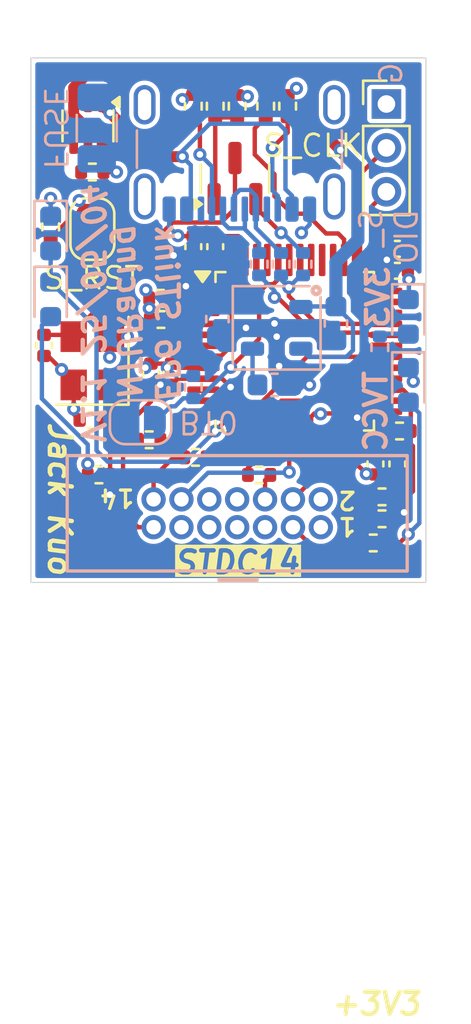
<source format=kicad_pcb>
(kicad_pcb (version 20240108) (generator "pcbnew") (generator_version "8.0")
  (title_block (title "STlink") (date "2025-05-04") (rev "1.1") (company "NTURacing") (comment 1 "Jack Kuo"))
  (layers (0 "F.Cu" signal) (1 "In1.Cu" signal) (2 "In2.Cu" signal) (31 "B.Cu" signal) (34 "B.Paste" user) (35 "F.Paste" user) (36 "B.SilkS" user "B.Silkscreen") (37 "F.SilkS" user "F.Silkscreen") (38 "B.Mask" user) (39 "F.Mask" user) (44 "Edge.Cuts" user))
  (net 0 "")
  (net 1 "GND")
  (net 2 "+3V3")
  (net 3 "Net-(D2-A)")
  (net 4 "/T_3V3")
  (net 5 "Net-(U1-BYP)")
  (net 6 "Net-(D3-A)")
  (net 7 "+5V")
  (net 8 "/STlink/OSC_IN")
  (net 9 "/STlink/OSC_OUT")
  (net 10 "/STlink/LED_STLINK")
  (net 11 "Net-(D1-A)")
  (net 16 "Net-(D4-K)")
  (net 18 "Net-(J3-CC2)")
  (net 23 "Net-(J3-CC1)")
  (net 26 "/STlink/USB_D-")
  (net 27 "/STlink/USB_D+")
  (net 28 "/STlink/VBUS")
  (net 29 "/T_VCP_TX")
  (net 30 "/T_SWCLK")
  (net 31 "/T_SWDIO")
  (net 32 "/GNDDetect")
  (net 33 "/T_VCP_RX")
  (net 34 "/T_NRST")
  (net 35 "/STlink/BOOT0")
  (net 36 "Net-(Q1-E)")
  (net 37 "Net-(Q1-B)")
  (net 38 "/STlink/USART2_TX")
  (net 39 "/STlink/USART2_RX")
  (net 40 "/STlink/t_CLK")
  (net 41 "/STlink/t_DIO")
  (net 42 "Net-(U2-PC13)")
  (net 43 "Net-(U2-PC14)")
  (net 44 "Net-(U3-ST)")
  (net 45 "/STlink/USB_DP")
  (net 46 "/STlink/USB_DN")
  (net 47 "Net-(U2-PB12)")
  (net 48 "/STlink/RENUM")
  (net 52 "/STlink/T_SWO")
  (net 57 "/STlink/S_DIO")
  (net 60 "/STlink/S_CLK")
  (net 71 "/STlink/S_NRST")
  (footprint "Capacitor_SMD:C_0402_1005Metric" (layer "F.Cu") (at 138.7 50.2)
    (property "Reference" "C10" (hide yes))
    (property "Value" "0u1")
  )
  (footprint "Resistor_SMD:R_0402_1005Metric" (layer "F.Cu") (at 138 61.5 180)
    (property "Reference" "R1" (hide yes))
    (property "Value" "0R")
  )
  (footprint "Connector_PinHeader_2.00mm:PinHeader_1x03_P2.00mm_Vertical" (layer "F.Cu") (at 138.2 42.6)
    (property "Reference" "J2" (hide yes))
    (property "Value" "S_SWD")
  )
  (footprint "Resistor_SMD:R_0402_1005Metric" (layer "F.Cu") (at 138 60.5 180)
    (property "Reference" "R9" (hide yes))
    (property "Value" "20R")
  )
  (footprint "Resistor_SMD:R_0402_1005Metric" (layer "F.Cu") (at 127.39 57.9 180)
    (property "Reference" "R5" (hide yes))
    (property "Value" "20R")
  )
  (footprint "Resistor_SMD:R_0402_1005Metric" (layer "F.Cu") (at 132.4 59.5)
    (property "Reference" "R8" (hide yes))
    (property "Value" "20R")
  )
  (footprint "Capacitor_SMD:C_0402_1005Metric" (layer "F.Cu") (at 129.4 49.1 90)
    (property "Reference" "C7" (hide yes))
    (property "Value" "10u 6V")
  )
  (footprint "Capacitor_SMD:C_0402_1005Metric" (layer "F.Cu") (at 138.7 49.2)
    (property "Reference" "C6" (hide yes))
    (property "Value" "10u 6V")
  )
  (footprint "Capacitor_SMD:C_0402_1005Metric" (layer "F.Cu") (at 137.7 59 -90)
    (property "Reference" "C9" (hide yes))
    (property "Value" "0u1")
  )
  (footprint "Capacitor_SMD:C_0402_1005Metric" (layer "F.Cu") (at 127.469 54.9094 90)
    (property "Reference" "C4" (hide yes))
    (property "Value" "10u 6V")
  )
  (footprint "Capacitor_SMD:C_0402_1005Metric" (layer "F.Cu") (at 124.7 57 180)
    (property "Reference" "C13" (hide yes))
    (property "Value" "30p")
  )
  (footprint "Capacitor_SMD:C_0402_1005Metric" (layer "F.Cu") (at 122.6 53.6 -90)
    (property "Reference" "C12" (hide yes))
    (property "Value" "30p")
  )
  (footprint "Resistor_SMD:R_0402_1005Metric" (layer "F.Cu") (at 127.9262 52.4202 180)
    (property "Reference" "R13" (hide yes))
    (property "Value" "10k")
  )
  (footprint "Resistor_SMD:R_0402_1005Metric" (layer "F.Cu") (at 127.9008 51.455 180)
    (property "Reference" "R12" (hide yes))
    (property "Value" "10k")
  )
  (footprint "Resistor_SMD:R_0402_1005Metric" (layer "F.Cu") (at 131.4 42.7 90)
    (property "Reference" "R19" (hide yes))
    (property "Value" "33k")
  )
  (footprint "Resistor_SMD:R_0402_1005Metric" (layer "F.Cu") (at 133.7 42.7 -90)
    (property "Reference" "R21" (hide yes))
    (property "Value" "5k1")
  )
  (footprint "Resistor_SMD:R_0402_1005Metric" (layer "F.Cu") (at 125.1 59.5 180)
    (property "Reference" "R10" (hide yes))
    (property "Value" "220R")
  )
  (footprint "Resistor_SMD:R_0402_1005Metric" (layer "F.Cu") (at 137.6 62.6)
    (property "Reference" "R2" (hide yes))
    (property "Value" "1k")
  )
  (footprint "Jumper:SolderJumper-2_P1.3mm_Open_RoundedPad1.0x1.5mm" (layer "F.Cu") (at 124.8 48.3 -90)
    (property "Reference" "JP1" (hide yes))
    (property "Value" "S_RESET")
  )
  (footprint "Resistor_SMD:R_0402_1005Metric" (layer "F.Cu") (at 129.4 42.7 -90)
    (property "Reference" "R20" (hide yes))
    (property "Value" "5k1")
  )
  (footprint "Resistor_SMD:R_0402_1005Metric" (layer "F.Cu") (at 122.9 48.2 -90)
    (property "Reference" "R14" (hide yes))
    (property "Value" "220R")
  )
  (footprint "Resistor_SMD:R_0402_1005Metric" (layer "F.Cu") (at 132.7 42.7 90)
    (property "Reference" "R18" (hide yes))
    (property "Value" "100R")
  )
  (footprint "Capacitor_SMD:C_0402_1005Metric" (layer "F.Cu") (at 130.4 49.1 90)
    (property "Reference" "C11" (hide yes))
    (property "Value" "0u1")
  )
  (footprint "Resistor_SMD:R_0402_1005Metric" (layer "F.Cu") (at 130.4 42.7 -90)
    (property "Reference" "R17" (hide yes))
    (property "Value" "10k")
  )
  (footprint "Crystal:Crystal_SMD_3225-4Pin_3.2x2.5mm" (layer "F.Cu") (at 124.8 54.3 90)
    (property "Reference" "Y2" (hide yes))
    (property "Value" "8MHz")
  )
  (footprint "Resistor_SMD:R_0402_1005Metric" (layer "F.Cu") (at 129.5 58.7 180)
    (property "Reference" "R6" (hide yes))
    (property "Value" "20R")
  )
  (footprint "Package_TO_SOT_SMD:SOT-363_SC-70-6" (layer "F.Cu") (at 124.6 43.6 -90)
    (property "Reference" "U3" (hide yes))
    (property "Value" "LM66100DCK")
  )
  (footprint "Resistor_SMD:R_0402_1005Metric" (layer "F.Cu") (at 124.8 45.7 180)
    (property "Reference" "R15" (hide yes))
    (property "Value" "10k")
  )
  (footprint "Package_QFP:LQFP-48_7x7mm_P0.5mm" (layer "F.Cu") (at 134.0222 53.868)
    (property "Reference" "U2" (hide yes))
    (property "Value" "STM32F103CBT6")
  )
  (footprint "Package_TO_SOT_SMD:SOT-23" (layer "F.Cu") (at 131.3 46 90)
    (property "Reference" "Q1" (hide yes))
    (property "Value" "MMBT3904")
  )
  (footprint "Resistor_SMD:R_0402_1005Metric" (layer "F.Cu") (at 138.8 57.5 180)
    (property "Reference" "R16" (hide yes))
    (property "Value" "100R")
  )
  (footprint "Capacitor_SMD:C_0402_1005Metric" (layer "F.Cu") (at 138.7 59 -90)
    (property "Reference" "C5" (hide yes))
    (property "Value" "10u 6V")
  )
  (footprint "Capacitor_SMD:C_0402_1005Metric" (layer "F.Cu") (at 128.4088 54.9094 90)
    (property "Reference" "C8" (hide yes))
    (property "Value" "0u1")
  )
  (footprint "Connector_USB:USB_C_Receptacle_GCT_USB4105-xx-A_16P_TopMnt_Horizontal" (layer "B.Cu") (at 131.5 43.71)
    (property "Reference" "J3" (hide yes))
    (property "Value" "USB_C_stm32")
  )
  (footprint "Jumper:SolderJumper-2_P1.3mm_Open_RoundedPad1.0x1.5mm" (layer "B.Cu") (at 127 57.1 180)
    (property "Reference" "JP2" (hide yes))
    (property "Value" "BOOT0")
  )
  (footprint "LED_SMD:LED_0603_1608Metric" (layer "B.Cu") (at 139.2 52.3 -90)
    (property "Reference" "D2" (hide yes))
    (property "Value" "RED LED")
  )
  (footprint "Fuse:Fuse_1206_3216Metric" (layer "B.Cu") (at 125 43.7 -90)
    (property "Reference" "F1" (hide yes))
    (property "Value" "0.5A")
  )
  (footprint "LED_SMD:LED_0603_1608Metric" (layer "B.Cu") (at 122.9 48.5 -90)
    (property "Reference" "D4" (hide yes))
    (property "Value" "RED led")
  )
  (footprint "nturt_kicad_lib_EP6:box_header_14P_pitch127" (layer "B.Cu") (at 135.21 61.88355)
    (property "Reference" "J1" (hide yes))
    (property "Value" "STDC14")
  )
  (footprint "Resistor_SMD:R_0402_1005Metric" (layer "B.Cu") (at 134.4 49.9 -90)
    (property "Reference" "R22" (hide yes))
    (property "Value" "1k5")
  )
  (footprint "Resistor_SMD:R_0402_1005Metric" (layer "B.Cu") (at 133.4 49.9 -90)
    (property "Reference" "R24" (hide yes))
    (property "Value" "20R")
  )
  (footprint "Capacitor_SMD:C_0603_1608Metric" (layer "B.Cu") (at 133.1 55.4)
    (property "Reference" "C3" (hide yes))
    (property "Value" "22n")
  )
  (footprint "Resistor_SMD:R_0402_1005Metric" (layer "B.Cu") (at 129.4 55.5 90)
    (property "Reference" "R11" (hide yes))
    (property "Value" "100k")
  )
  (footprint "Capacitor_SMD:C_0603_1608Metric" (layer "B.Cu") (at 135.9 52.6 -90)
    (property "Reference" "C1" (hide yes))
    (property "Value" "1u")
  )
  (footprint "Resistor_SMD:R_0402_1005Metric" (layer "B.Cu") (at 137.9 53.7 90)
    (property "Reference" "R3" (hide yes))
    (property "Value" "1k")
  )
  (footprint "LED_SMD:LED_0603_1608Metric" (layer "B.Cu") (at 139.2 55.4 -90)
    (property "Reference" "D1" (hide yes))
    (property "Value" "BLUE LED")
  )
  (footprint "Capacitor_SMD:C_0603_1608Metric" (layer "B.Cu") (at 130.5 52.4 -90)
    (property "Reference" "C2" (hide yes))
    (property "Value" "1u")
  )
  (footprint "PCM_Package_TO_SOT_SMD_AKL:SOT-23-5" (layer "B.Cu") (at 133.2 52.8 180)
    (property "Reference" "U1" (hide yes))
    (property "Value" "RT9193" (hide yes))
  )
  (footprint "Resistor_SMD:R_0402_1005Metric" (layer "B.Cu") (at 132.4 49.9 -90)
    (property "Reference" "R23" (hide yes))
    (property "Value" "20R")
  )
  (footprint "LED_SMD:LED_0603_1608Metric" (layer "B.Cu") (at 122.9 51.5 -90)
    (property "Reference" "D3" (hide yes))
    (property "Value" "GREEN led")
  )
  (gr_rect (start 122 40.5) (end 140 64.4) (stroke (width 0.05)) (fill none) (layer "Edge.Cuts"))
  (gr_text "FUSE" (at 123.7 43.7 -90) (layer "B.SilkS") (effects (font (size 1 1) (thickness 0.125)) (justify top mirror)))
  (gr_text "3V3" (at 138.4 51.4 90) (layer "B.SilkS") (effects (font (size 1 1) (thickness 0.2) (bold yes)) (justify bottom mirror)))
  (gr_text "EP6 STlink" (at 128.194975 56.305025 270) (layer "B.SilkS") (effects (font (size 1 1) (thickness 0.2) (bold yes) (italic yes)) (justify left mirror)))
  (gr_text "TVCC" (at 138.3 56.6 90) (layer "B.SilkS") (effects (font (size 1 1) (thickness 0.2) (bold yes)) (justify bottom mirror)))
  (gr_text "G" (at 139 41.2 90) (layer "B.SilkS") (effects (font (size 1 1) (thickness 0.125)) (justify bottom mirror)))
  (gr_text "S_\nDIO" (at 139.7 47.3 90) (layer "B.SilkS") (effects (font (size 1 1) (thickness 0.125)) (justify left bottom mirror)))
  (gr_text "V1.1 25/05/04" (at 125.4 52.2 270) (layer "B.SilkS") (effects (font (size 1 1) (thickness 0.2) (bold yes) (italic yes)) (justify top mirror)))
  (gr_text "BT0" (at 128.65 57.1 180) (layer "B.SilkS") (effects (font (size 1 1) (thickness 0.125)) (justify left mirror)))
  (gr_text "NTURacing" (at 126.46 56.18 270) (layer "B.SilkS") (effects (font (size 1 1) (thickness 0.2) (bold yes) (italic yes)) (justify left mirror)))
  (gr_text "+3V3" (at 135.6 83.6 0) (layer "F.SilkS") (effects (font (size 1 1) (thickness 0.2) (bold yes) (italic yes)) (justify left)))
  (gr_text "S_RST" (at 124.8 49.95 0) (layer "F.SilkS") (effects (font (size 1 1) (thickness 0.125)) (justify top)))
  (gr_text "Jack Kuo" (at 123.9 60.6 -90) (layer "F.SilkS") (effects (font (size 1 1) (thickness 0.2) (bold yes) (italic yes)) (justify top)))
  (gr_text "S_CLK" (at 137.2 44.5 0) (layer "F.SilkS") (effects (font (size 1 1) (thickness 0.125)) (justify right)))
  (gr_text "STDC14" (at 131.4 62.9 0) (layer "F.SilkS" knockout) (effects (font (size 1 1) (thickness 0.2) (bold yes) (italic yes)) (justify top)))
  (segment (start 128.39583 54.4294) (end 128.215744 54.609486) (width 0.2) (layer "F.Cu") (net 1))
  (segment (start 128.5974 54.618) (end 128.4088 54.4294) (width 0.2) (layer "F.Cu") (net 1))
  (segment (start 139.18 49.2) (end 139.18 50.2) (width 0.2) (layer "F.Cu") (net 1))
  (segment (start 128.4088 54.4294) (end 127.469 54.4294) (width 0.2) (layer "F.Cu") (net 1))
  (segment (start 123.95 56.73) (end 124.22 57) (width 0.2) (layer "F.Cu") (net 1))
  (segment (start 136.93853 59.1) (end 136.57179 59.1) (width 0.2) (layer "F.Cu") (net 1))
  (segment (start 138.95461 51.618) (end 138.1847 51.618) (width 0.2) (layer "F.Cu") (net 1))
  (segment (start 129.4 48.62) (end 128.72 48.62) (width 0.2) (layer "F.Cu") (net 1))
  (segment (start 127.3908 51.455) (end 127.3908 51.2244) (width 0.2) (layer "F.Cu") (net 1))
  (segment (start 136 56.7) (end 136.2722 56.9722) (width 0.2) (layer "F.Cu") (net 1))
  (segment (start 123.95 55.25) (end 123.4 54.7) (width 0.2) (layer "F.Cu") (net 1))
  (segment (start 137.31853 59.48) (end 137.7 59.48) (width 0.2) (layer "F.Cu") (net 1))
  (segment (start 124.8 47.6) (end 124.2 47) (width 0.2) (layer "F.Cu") (net 1))
  (segment (start 125.65 53.2) (end 125.65 54.077672) (width 0.2) (layer "F.Cu") (net 1))
  (segment (start 127.3908 51.2244) (end 127.2404 51.074) (width 0.2) (layer "F.Cu") (net 1))
  (segment (start 137.7 59.48) (end 138.7 59.48) (width 0.2) (layer "F.Cu") (net 1))
  (segment (start 134.9 56.718) (end 135.2 56.718) (width 0.2) (layer "F.Cu") (net 1))
  (segment (start 129.11 42.19) (end 129.4 42.19) (width 0.2) (layer "F.Cu") (net 1))
  (segment (start 137.284051 59.445521) (end 137.31853 59.48) (width 0.2) (layer "F.Cu") (net 1))
  (segment (start 136.2722 56.9722) (end 136.2722 58.0305) (width 0.2) (layer "F.Cu") (net 1))
  (segment (start 123.95 56.5) (end 123.95 56.73) (width 0.2) (layer "F.Cu") (net 1))
  (segment (start 127.4162 52.4202) (end 127.4162 51.9356) (width 0.2) (layer "F.Cu") (net 1))
  (segment (start 139.18 50.2) (end 139.18 50.5578) (width 0.2) (layer "F.Cu") (net 1))
  (segment (start 125.65 54.077672) (end 125.59 54.137672) (width 0.2) (layer "F.Cu") (net 1))
  (segment (start 124.8 47.65) (end 124.8 47.6) (width 0.2) (layer "F.Cu") (net 1))
  (segment (start 131.45661 48.62) (end 131.7722 48.93559) (width 0.2) (layer "F.Cu") (net 1))
  (segment (start 128.9 42.4) (end 129.11 42.19) (width 0.2) (layer "F.Cu") (net 1))
  (segment (start 127.398062 54.4294) (end 127.212788 54.614674) (width 0.2) (layer "F.Cu") (net 1))
  (segment (start 133.797449 42.19) (end 133.7 42.19) (width 0.2) (layer "F.Cu") (net 1))
  (segment (start 125.65 53.2) (end 126.4 53.2) (width 0.2) (layer "F.Cu") (net 1))
  (segment (start 123.96 47.65) (end 124.8 47.65) (width 0.2) (layer "F.Cu") (net 1))
  (segment (start 122.78 54.08) (end 123.4 54.7) (width 0.2) (layer "F.Cu") (net 1))
  (segment (start 128.4088 54.4294) (end 128.39583 54.4294) (width 0.2) (layer "F.Cu") (net 1))
  (segment (start 131.7722 48.93559) (end 131.7722 49.7055) (width 0.2) (layer "F.Cu") (net 1))
  (segment (start 134.7722 56.8458) (end 134.918 56.7) (width 0.2) (layer "F.Cu") (net 1))
  (segment (start 127.469 54.4294) (end 127.398062 54.4294) (width 0.2) (layer "F.Cu") (net 1))
  (segment (start 136.57179 59.1) (end 136.2722 58.80041) (width 0.2) (layer "F.Cu") (net 1))
  (segment (start 129.8597 54.618) (end 128.5974 54.618) (width 0.2) (layer "F.Cu") (net 1))
  (segment (start 136.2722 58.80041) (end 136.2722 58.0305) (width 0.2) (layer "F.Cu") (net 1))
  (segment (start 134.918 56.7) (end 136 56.7) (width 0.2) (layer "F.Cu") (net 1))
  (segment (start 129.4 48.62) (end 130.4 48.62) (width 0.2) (layer "F.Cu") (net 1))
  (segment (start 131.865771 42.256776) (end 131.798995 42.19) (width 0.2) (layer "F.Cu") (net 1))
  (segment (start 139.18 50.5578) (end 139.2222 50.6) (width 0.2) (layer "F.Cu") (net 1))
  (segment (start 134.7722 58.0305) (end 134.7722 56.8458) (width 0.2) (layer "F.Cu") (net 1))
  (segment (start 130.4 48.62) (end 131.45661 48.62) (width 0.2) (layer "F.Cu") (net 1))
  (segment (start 134.7722 56.8458) (end 134.9 56.718) (width 0.2) (layer "F.Cu") (net 1))
  (segment (start 122.9 48.71) (end 123.96 47.65) (width 0.2) (layer "F.Cu") (net 1))
  (segment (start 134.1 41.887449) (end 133.797449 42.19) (width 0.2) (layer "F.Cu") (net 1))
  (segment (start 127.4162 51.9356) (end 127.3928 51.9122) (width 0.2) (layer "F.Cu") (net 1))
  (segment (start 139.2222 50.6) (end 139.2222 51.35041) (width 0.2) (layer "F.Cu") (net 1))
  (segment (start 128.72 48.62) (end 128.7 48.6) (width 0.2) (layer "F.Cu") (net 1))
  (segment (start 123.95 55.4) (end 123.95 56.5) (width 0.2) (layer "F.Cu") (net 1))
  (segment (start 139.2222 51.35041) (end 138.95461 51.618) (width 0.2) (layer "F.Cu") (net 1))
  (segment (start 131.798995 42.19) (end 131.4 42.19) (width 0.2) (layer "F.Cu") (net 1))
  (segment (start 122.6 54.08) (end 122.78 54.08) (width 0.2) (layer "F.Cu") (net 1))
  (segment (start 137.284051 59.445521) (end 136.93853 59.1) (width 0.2) (layer "F.Cu") (net 1))
  (segment (start 123.95 55.4) (end 123.95 55.25) (width 0.2) (layer "F.Cu") (net 1))
  (via (at 125.59 54.137672) (size 0.6) (drill 0.3) (layers "F.Cu" "B.Cu") (net 1))
  (via (at 135.2 56.718) (size 0.6) (drill 0.3) (layers "F.Cu" "B.Cu") (net 1))
  (via (at 123.4 54.7) (size 0.6) (drill 0.3) (layers "F.Cu" "B.Cu") (net 1))
  (via (at 127.212788 54.614674) (size 0.6) (drill 0.3) (layers "F.Cu" "B.Cu") (net 1))
  (via (at 128.215744 54.609486) (size 0.6) (drill 0.3) (layers "F.Cu" "B.Cu") (net 1))
  (via (at 131.865771 42.256776) (size 0.6) (drill 0.3) (layers "F.Cu" "B.Cu") (net 1))
  (via (at 139.2222 50.6) (size 0.6) (drill 0.3) (layers "F.Cu" "B.Cu") (net 1))
  (via (at 139.424666 55.239527) (size 0.6) (drill 0.3) (layers "F.Cu" "B.Cu") (net 1))
  (via (at 128.7 48.6) (size 0.6) (drill 0.3) (layers "F.Cu" "B.Cu") (net 1))
  (via (at 126.4 53.2) (size 0.6) (drill 0.3) (layers "F.Cu" "B.Cu") (net 1))
  (via (at 133.1 52.6) (size 0.6) (drill 0.3) (layers "F.Cu" "B.Cu") (net 1))
  (via (at 137.284051 59.445521) (size 0.6) (drill 0.3) (layers "F.Cu" "B.Cu") (net 1))
  (via (at 133.2 53.2) (size 0.6) (drill 0.3) (layers "F.Cu" "B.Cu") (net 1))
  (via (at 128.9 42.4) (size 0.6) (drill 0.3) (layers "F.Cu" "B.Cu") (net 1))
  (via (at 134.7 55.4) (size 0.6) (drill 0.3) (layers "F.Cu" "B.Cu") (net 1))
  (via (at 131.8 52.8) (size 0.6) (drill 0.3) (layers "F.Cu" "B.Cu") (net 1))
  (via (at 134.1 41.887449) (size 0.6) (drill 0.3) (layers "F.Cu" "B.Cu") (net 1))
  (via (at 134.329265 48.468) (size 0.6) (drill 0.3) (layers "F.Cu" "B.Cu") (net 1))
  (via (at 133.310735 54.540735) (size 0.6) (drill 0.3) (layers "F.Cu" "B.Cu") (net 1))
  (via (at 124.2 47) (size 0.6) (drill 0.3) (layers "F.Cu" "B.Cu") (net 1))
  (via (at 123.95 56.5) (size 0.6) (drill 0.3) (layers "F.Cu" "B.Cu") (net 1))
  (via (at 127.3928 51.9122) (size 0.6) (drill 0.3) (layers "F.Cu" "B.Cu") (net 1))
  (via (at 127.2404 51.074) (size 0.6) (drill 0.3) (layers "F.Cu" "B.Cu") (net 1))
  (segment (start 139.424666 54.837166) (end 139.2 54.6125) (width 0.2) (layer "B.Cu") (net 1))
  (segment (start 139.2222 51.4903) (end 139.2 51.5125) (width 0.2) (layer "B.Cu") (net 1))
  (segment (start 133.6 52.8) (end 134.3 52.8) (width 0.2) (layer "B.Cu") (net 1))
  (segment (start 130.875 52.8) (end 132.9 52.8) (width 0.2) (layer "B.Cu") (net 1))
  (segment (start 133.875 55.105) (end 133.310735 54.540735) (width 0.2) (layer "B.Cu") (net 1))
  (segment (start 134.061424 52.8) (end 134.3 52.8) (width 0.2) (layer "B.Cu") (net 1))
  (segment (start 133.47 53.391424) (end 134.061424 52.8) (width 0.2) (layer "B.Cu") (net 1))
  (segment (start 135.9 53.375) (end 135.325 52.8) (width 0.2) (layer "B.Cu") (net 1))
  (segment (start 128.596259 54.990001) (end 128.215744 54.609486) (width 0.2) (layer "B.Cu") (net 1))
  (segment (start 133.47 54.995) (end 133.47 53.391424) (width 0.2) (layer "B.Cu") (net 1))
  (segment (start 131.8 52.8) (end 130.875 52.8) (width 0.2) (layer "B.Cu") (net 1))
  (segment (start 135.325 52.8) (end 134.3 52.8) (width 0.2) (layer "B.Cu") (net 1))
  (segment (start 128.3 48.2) (end 128.3 47.39) (width 0.2) (layer "B.Cu") (net 1))
  (segment (start 134.3 52.8) (end 133.3 52.8) (width 0.2) (layer "B.Cu") (net 1))
  (segment (start 133.3 52.8) (end 133.1 52.6) (width 0.2) (layer "B.Cu") (net 1))
  (segment (start 134.7 48.097265) (end 134.7 47.39) (width 0.2) (layer "B.Cu") (net 1))
  (segment (start 139.2222 50.6) (end 139.2222 51.4903) (width 0.2) (layer "B.Cu") (net 1))
  (segment (start 132.9 52.8) (end 133.1 52.6) (width 0.2) (layer "B.Cu") (net 1))
  (segment (start 139.424666 55.239527) (end 139.424666 54.837166) (width 0.2) (layer "B.Cu") (net 1))
  (segment (start 130.5 53.175) (end 130.875 52.8) (width 0.2) (layer "B.Cu") (net 1))
  (segment (start 129.4 54.990001) (end 128.596259 54.990001) (width 0.2) (layer "B.Cu") (net 1))
  (segment (start 128.7 48.6) (end 128.3 48.2) (width 0.2) (layer "B.Cu") (net 1))
  (segment (start 134.329265 48.468) (end 134.7 48.097265) (width 0.2) (layer "B.Cu") (net 1))
  (segment (start 133.2 53.2) (end 133.6 52.8) (width 0.2) (layer "B.Cu") (net 1))
  (segment (start 133.875 55.4) (end 133.875 55.105) (width 0.2) (layer "B.Cu") (net 1))
  (segment (start 133.875 55.4) (end 133.47 54.995) (width 0.2) (layer "B.Cu") (net 1))
  (segment (start 133.875 55.4) (end 134.7 55.4) (width 0.2) (layer "B.Cu") (net 1))
  (segment (start 137.62 58.52) (end 137.1305 58.0305) (width 0.2) (layer "F.Cu") (net 2))
  (segment (start 127.901471 48.55) (end 128.451471 48) (width 0.2) (layer "F.Cu") (net 2))
  (segment (start 128.451471 48) (end 130.665552 48) (width 0.2) (layer "F.Cu") (net 2))
  (segment (start 131.1467 49.58) (end 131.2722 49.7055) (width 0.2) (layer "F.Cu") (net 2))
  (segment (start 127.469 55.3894) (end 127.469 56.1602) (width 0.2) (layer "F.Cu") (net 2))
  (segment (start 127.469 56.1602) (end 125.61 58.0192) (width 0.2) (layer "F.Cu") (net 2))
  (segment (start 138.713178 61.5) (end 138.51 61.5) (width 0.2) (layer "F.Cu") (net 2))
  (segment (start 128.680201 55.117999) (end 128.4088 55.3894) (width 0.2) (layer "F.Cu") (net 2))
  (segment (start 138.7 58.52) (end 137.7 58.52) (width 0.2) (layer "F.Cu") (net 2))
  (segment (start 138.22 49.7) (end 138.22 50.2) (width 0.2) (layer "F.Cu") (net 2))
  (segment (start 129.8597 55.117999) (end 128.680201 55.117999) (width 0.2) (layer "F.Cu") (net 2))
  (segment (start 127.901471 48.901471) (end 127.901471 48.55) (width 0.2) (layer "F.Cu") (net 2))
  (segment (start 125.6 60.4) (end 125.6 59.51) (width 0.2) (layer "F.Cu") (net 2))
  (segment (start 138.22 50.2) (end 138.22 49.2) (width 0.2) (layer "F.Cu") (net 2))
  (segment (start 130.717999 55.117999) (end 131.1 55.5) (width 0.2) (layer "F.Cu") (net 2))
  (segment (start 129.8597 55.117999) (end 130.717999 55.117999) (width 0.2) (layer "F.Cu") (net 2))
  (segment (start 125.61 58.0192) (end 125.61 59.5) (width 0.2) (layer "F.Cu") (net 2))
  (segment (start 139.005037 61.208141) (end 138.713178 61.5) (width 0.2) (layer "F.Cu") (net 2))
  (segment (start 138.1847 51.118) (end 138.1847 50.2353) (width 0.2) (layer "F.Cu") (net 2))
  (segment (start 128.5 49.5) (end 128.58 49.58) (width 0.2) (layer "F.Cu") (net 2))
  (segment (start 125.6 59.51) (end 125.61 59.5) (width 0.2) (layer "F.Cu") (net 2))
  (segment (start 137.1305 58.0305) (end 136.7722 58.0305) (width 0.2) (layer "F.Cu") (net 2))
  (segment (start 129.8597 51.118) (end 129.280282 51.118) (width 0.2) (layer "F.Cu") (net 2))
  (segment (start 130.665552 48) (end 131.3 47.365552) (width 0.2) (layer "F.Cu") (net 2))
  (segment (start 130.4 49.58) (end 131.1467 49.58) (width 0.2) (layer "F.Cu") (net 2))
  (segment (start 128.5 49.5) (end 127.901471 48.901471) (width 0.2) (layer "F.Cu") (net 2))
  (segment (start 131.3 47.365552) (end 131.3 45.0625) (width 0.2) (layer "F.Cu") (net 2))
  (segment (start 136.7722 56.985345) (end 136.866664 56.890881) (width 0.2) (layer "F.Cu") (net 2))
  (segment (start 127.9 55.3894) (end 127.469 55.3894) (width 0.2) (layer "F.Cu") (net 2))
  (segment (start 138.1847 50.2353) (end 138.22 50.2) (width 0.2) (layer "F.Cu") (net 2))
  (segment (start 128.58 49.58) (end 130.4 49.58) (width 0.2) (layer "F.Cu") (net 2))
  (segment (start 136.7722 58.0305) (end 136.7722 56.985345) (width 0.2) (layer "F.Cu") (net 2))
  (segment (start 128.4088 55.3894) (end 127.469 55.3894) (width 0.2) (layer "F.Cu") (net 2))
  (segment (start 138.7 58.52) (end 137.62 58.52) (width 0.2) (layer "F.Cu") (net 2))
  (segment (start 129.280282 51.118) (end 129.062282 50.9) (width 0.2) (layer "F.Cu") (net 2))
  (via (at 125.6 60.4) (size 0.6) (drill 0.3) (layers "F.Cu" "B.Cu") (net 2))
  (via (at 138.22 49.7) (size 0.6) (drill 0.3) (layers "F.Cu" "B.Cu") (net 2))
  (via (at 128.5 49.5) (size 0.6) (drill 0.3) (layers "F.Cu" "B.Cu") (net 2))
  (via (at 129.062282 50.9) (size 0.6) (drill 0.3) (layers "F.Cu" "B.Cu") (net 2))
  (via (at 127.9 55.3894) (size 0.6) (drill 0.3) (layers "F.Cu" "B.Cu") (net 2))
  (via (at 136.866664 56.890881) (size 0.6) (drill 0.3) (layers "F.Cu" "B.Cu") (net 2))
  (via (at 131.1 55.5) (size 0.6) (drill 0.3) (layers "F.Cu" "B.Cu") (net 2))
  (via (at 139.005037 61.208141) (size 0.6) (drill 0.3) (layers "F.Cu" "B.Cu") (net 2))
  (segment (start 132.1 51.85) (end 130.725 51.85) (width 0.2) (layer "B.Cu") (net 2))
  (segment (start 130.725 51.85) (end 130.5 51.625) (width 0.2) (layer "B.Cu") (net 2))
  (segment (start 139.2 53.0875) (end 138.0025 53.0875) (width 0.2) (layer "B.Cu") (net 3))
  (segment (start 138.0025 53.0875) (end 137.9 53.19) (width 0.2) (layer "B.Cu") (net 3))
  (segment (start 137.49 62.4) (end 137.15145 62.73855) (width 0.2) (layer "F.Cu") (net 4))
  (segment (start 134.795 62.73855) (end 133.94 61.88355) (width 0.2) (layer "F.Cu") (net 4))
  (segment (start 137.15145 62.73855) (end 134.795 62.73855) (width 0.2) (layer "F.Cu") (net 4))
  (segment (start 137.29 62.6) (end 137.49 62.4) (width 0.2) (layer "F.Cu") (net 4))
  (segment (start 137.09 62.6) (end 137.29 62.6) (width 0.2) (layer "F.Cu") (net 4))
  (segment (start 137.49 62.4) (end 137.49 61.5) (width 0.2) (layer "F.Cu") (net 4))
  (segment (start 132.1 55.175) (end 132.1 53.75) (width 0.2) (layer "B.Cu") (net 5))
  (segment (start 132.325 55.4) (end 132.1 55.175) (width 0.2) (layer "B.Cu") (net 5))
  (segment (start 124.59 59) (end 124.59 59.5) (width 0.2) (layer "F.Cu") (net 6))
  (via (at 124.59 59) (size 0.6) (drill 0.3) (layers "F.Cu" "B.Cu") (net 6))
  (segment (start 122.5 56.024388) (end 122.5 52.6875) (width 0.2) (layer "B.Cu") (net 6))
  (segment (start 124.59 59) (end 124.59 58.114388) (width 0.2) (layer "B.Cu") (net 6))
  (segment (start 122.5 52.6875) (end 122.9 52.2875) (width 0.2) (layer "B.Cu") (net 6))
  (segment (start 124.59 58.114388) (end 122.5 56.024388) (width 0.2) (layer "B.Cu") (net 6))
  (segment (start 125.9 45.7) (end 125.31 45.7) (width 0.2) (layer "F.Cu") (net 7))
  (segment (start 134.410661 41.137449) (end 134.87 41.596788) (width 0.5) (layer "F.Cu") (net 7))
  (segment (start 130.4 42.19) (end 130.4 41.15) (width 0.5) (layer "F.Cu") (net 7))
  (segment (start 134.87 41.596788) (end 134.87 43.47) (width 0.5) (layer "F.Cu") (net 7))
  (segment (start 124.344412 43.5) (end 123.95 43.105588) (width 0.5) (layer "F.Cu") (net 7))
  (segment (start 125.25 44.55) (end 125.25 44.05) (width 0.5) (layer "F.Cu") (net 7))
  (segment (start 124.7 43.5) (end 124.344412 43.5) (width 0.5) (layer "F.Cu") (net 7))
  (segment (start 125.25 44.05) (end 124.7 43.5) (width 0.5) (layer "F.Cu") (net 7))
  (segment (start 130.4 41.15) (end 124.65 41.15) (width 0.5) (layer "F.Cu") (net 7))
  (segment (start 130.862551 41.137449) (end 134.410661 41.137449) (width 0.5) (layer "F.Cu") (net 7))
  (segment (start 124.65 41.15) (end 123.95 41.85) (width 0.5) (layer "F.Cu") (net 7))
  (segment (start 123.95 41.85) (end 123.95 42.65) (width 0.5) (layer "F.Cu") (net 7))
  (segment (start 130.85 41.15) (end 130.862551 41.137449) (width 0.5) (layer "F.Cu") (net 7))
  (segment (start 125.25 45.64) (end 125.31 45.7) (width 0.5) (layer "F.Cu") (net 7))
  (segment (start 130.4 41.15) (end 130.85 41.15) (width 0.5) (layer "F.Cu") (net 7))
  (segment (start 134.87 43.47) (end 136.1 44.7) (width 0.5) (layer "F.Cu") (net 7))
  (segment (start 123.95 43.105588) (end 123.95 42.65) (width 0.5) (layer "F.Cu") (net 7))
  (segment (start 125.25 44.55) (end 125.25 45.64) (width 0.5) (layer "F.Cu") (net 7))
  (via (at 125.9 45.7) (size 0.6) (drill 0.3) (layers "F.Cu" "B.Cu") (net 7))
  (via (at 136.1 44.7) (size 0.6) (drill 0.3) (layers "F.Cu" "B.Cu") (net 7))
  (segment (start 134.325 51.825) (end 134.3 51.85) (width 0.2) (layer "B.Cu") (net 7))
  (segment (start 136.675 52.6) (end 135.9 51.825) (width 0.2) (layer "B.Cu") (net 7))
  (segment (start 135.9 51.825) (end 134.325 51.825) (width 0.2) (layer "B.Cu") (net 7))
  (segment (start 136.675 53.823696) (end 136.675 52.6) (width 0.2) (layer "B.Cu") (net 7))
  (segment (start 125 45.1) (end 125.3 45.1) (width 0.2) (layer "B.Cu") (net 7))
  (segment (start 125.3 45.1) (end 125.9 45.7) (width 0.2) (layer "B.Cu") (net 7))
  (segment (start 134.675 54.125) (end 136.373696 54.125) (width 0.2) (layer "B.Cu") (net 7))
  (segment (start 136.1 44.7) (end 136.9 45.5) (width 0.6) (layer "B.Cu") (net 7))
  (segment (start 135.9 49.8) (end 135.9 51.825) (width 0.6) (layer "B.Cu") (net 7))
  (segment (start 134.3 53.75) (end 134.675 54.125) (width 0.2) (layer "B.Cu") (net 7))
  (segment (start 136.9 45.5) (end 136.9 48.8) (width 0.6) (layer "B.Cu") (net 7))
  (segment (start 136.9 48.8) (end 135.9 49.8) (width 0.6) (layer "B.Cu") (net 7))
  (segment (start 136.373696 54.125) (end 136.675 53.823696) (width 0.2) (layer "B.Cu") (net 7))
  (segment (start 123.95 53) (end 124.95 52) (width 0.2) (layer "F.Cu") (net 8))
  (segment (start 126.7 52.35) (end 126.7 52.642924) (width 0.2) (layer "F.Cu") (net 8))
  (segment (start 122.6 53.12) (end 123.87 53.12) (width 0.2) (layer "F.Cu") (net 8))
  (segment (start 126.35 52) (end 126.7 52.35) (width 0.2) (layer "F.Cu") (net 8))
  (segment (start 126.7 52.642924) (end 127.175076 53.118) (width 0.2) (layer "F.Cu") (net 8))
  (segment (start 124.95 52) (end 126.35 52) (width 0.2) (layer "F.Cu") (net 8))
  (segment (start 127.175076 53.118) (end 129.8597 53.118) (width 0.2) (layer "F.Cu") (net 8))
  (segment (start 123.87 53.12) (end 123.95 53.2) (width 0.2) (layer "F.Cu") (net 8))
  (segment (start 123.95 53.2) (end 123.95 53) (width 0.2) (layer "F.Cu") (net 8))
  (segment (start 125.65 54.9262) (end 126.9582 53.618) (width 0.2) (layer "F.Cu") (net 9))
  (segment (start 125.65 56.53) (end 125.65 55.4) (width 0.2) (layer "F.Cu") (net 9))
  (segment (start 126.9582 53.618) (end 129.8597 53.618) (width 0.2) (layer "F.Cu") (net 9))
  (segment (start 125.65 55.4) (end 125.65 54.9262) (width 0.2) (layer "F.Cu") (net 9))
  (segment (start 125.18 57) (end 125.65 56.53) (width 0.2) (layer "F.Cu") (net 9))
  (segment (start 134.582 54.118) (end 138.1847 54.118) (width 0.2) (layer "F.Cu") (net 10))
  (segment (start 132.1 56.6) (end 134.582 54.118) (width 0.2) (layer "F.Cu") (net 10))
  (segment (start 130.4 57.5) (end 131.3 56.6) (width 0.2) (layer "F.Cu") (net 10))
  (segment (start 131.3 56.6) (end 132.1 56.6) (width 0.2) (layer "F.Cu") (net 10))
  (via (at 130.4 57.5) (size 0.6) (drill 0.3) (layers "F.Cu" "B.Cu") (net 10))
  (segment (start 125.5 58.9) (end 124.99 58.39) (width 0.2) (layer "B.Cu") (net 10))
  (segment (start 124.99 58.39) (end 124.99 52.8025) (width 0.2) (layer "B.Cu") (net 10))
  (segment (start 124.99 52.8025) (end 122.9 50.7125) (width 0.2) (layer "B.Cu") (net 10))
  (segment (start 129 58.9) (end 125.5 58.9) (width 0.2) (layer "B.Cu") (net 10))
  (segment (start 130.4 57.5) (end 129 58.9) (width 0.2) (layer "B.Cu") (net 10))
  (segment (start 122.9 49.2875) (end 122.9 50.7125) (width 0.2) (layer "B.Cu") (net 10))
  (segment (start 139.2 62.2) (end 138.8 62.6) (width 0.2) (layer "F.Cu") (net 11))
  (segment (start 138.8 62.6) (end 138.11 62.6) (width 0.2) (layer "F.Cu") (net 11))
  (via (at 139.2 62.2) (size 0.6) (drill 0.3) (layers "F.Cu" "B.Cu") (net 11))
  (segment (start 139.7 56.6875) (end 139.2 56.1875) (width 0.2) (layer "B.Cu") (net 11))
  (segment (start 139.7 61.7) (end 139.7 56.6875) (width 0.2) (layer "B.Cu") (net 11))
  (segment (start 139.2 62.2) (end 139.7 61.7) (width 0.2) (layer "B.Cu") (net 11))
  (segment (start 122.9 46.9) (end 122.9 47.69) (width 0.2) (layer "F.Cu") (net 16))
  (via (at 122.9 46.9) (size 0.6) (drill 0.3) (layers "F.Cu" "B.Cu") (net 16))
  (segment (start 122.9 46.9) (end 122.9 47.7125) (width 0.2) (layer "B.Cu") (net 16))
  (segment (start 133.7 43.21) (end 133.7 43.9) (width 0.2) (layer "F.Cu") (net 18))
  (segment (start 133.7 43.9) (end 133 44.6) (width 0.2) (layer "F.Cu") (net 18))
  (via (at 133 44.6) (size 0.6) (drill 0.3) (layers "F.Cu" "B.Cu") (net 18))
  (segment (start 133 46.53259) (end 133.25 46.78259) (width 0.2) (layer "B.Cu") (net 18))
  (segment (start 133.25 46.78259) (end 133.25 47.39) (width 0.2) (layer "B.Cu") (net 18))
  (segment (start 133 44.6) (end 133 46.53259) (width 0.2) (layer "B.Cu") (net 18))
  (segment (start 129.7 43.51) (end 129.4 43.21) (width 0.2) (layer "F.Cu") (net 23))
  (segment (start 129.7 44.9) (end 129.7 43.51) (width 0.2) (layer "F.Cu") (net 23))
  (via (at 129.7 44.9) (size 0.6) (drill 0.3) (layers "F.Cu" "B.Cu") (net 23))
  (segment (start 129.7 44.9) (end 130.25 45.45) (width 0.2) (layer "B.Cu") (net 23))
  (segment (start 130.25 45.45) (end 130.25 47.39) (width 0.2) (layer "B.Cu") (net 23))
  (segment (start 131.685 48.265) (end 131.75 48.2) (width 0.2) (layer "B.Cu") (net 26))
  (segment (start 131.75 48.2) (end 131.75 47.39) (width 0.2) (layer "B.Cu") (net 26))
  (segment (start 130.75 47.99741) (end 131.01759 48.265) (width 0.2) (layer "B.Cu") (net 26))
  (segment (start 132.4 48.955687) (end 132.4 49.390001) (width 0.2) (layer "B.Cu") (net 26))
  (segment (start 130.75 47.39) (end 130.75 47.99741) (width 0.2) (layer "B.Cu") (net 26))
  (segment (start 131.75 48.305687) (end 132.4 48.955687) (width 0.2) (layer "B.Cu") (net 26))
  (segment (start 131.01759 48.265) (end 131.685 48.265) (width 0.2) (layer "B.Cu") (net 26))
  (segment (start 131.75 47.39) (end 131.75 48.305687) (width 0.2) (layer "B.Cu") (net 26))
  (segment (start 131.98241 46.515) (end 132.25 46.78259) (width 0.2) (layer "B.Cu") (net 27))
  (segment (start 132.25 47.39) (end 132.25 48.240001) (width 0.2) (layer "B.Cu") (net 27))
  (segment (start 132.25 48.240001) (end 133.4 49.390001) (width 0.2) (layer "B.Cu") (net 27))
  (segment (start 131.25 46.78259) (end 131.51759 46.515) (width 0.2) (layer "B.Cu") (net 27))
  (segment (start 131.25 47.39) (end 131.25 46.78259) (width 0.2) (layer "B.Cu") (net 27))
  (segment (start 132.25 46.78259) (end 132.25 47.39) (width 0.2) (layer "B.Cu") (net 27))
  (segment (start 131.51759 46.515) (end 131.98241 46.515) (width 0.2) (layer "B.Cu") (net 27))
  (segment (start 125.6 43) (end 125.25 42.65) (width 0.5) (layer "F.Cu") (net 28))
  (segment (start 127.6 45) (end 125.6 43) (width 0.5) (layer "F.Cu") (net 28))
  (segment (start 128.9 45) (end 127.6 45) (width 0.5) (layer "F.Cu") (net 28))
  (via (at 125.6 43) (size 0.6) (drill 0.3) (layers "F.Cu" "B.Cu") (net 28))
  (via (at 128.9 45) (size 0.6) (drill 0.3) (layers "F.Cu" "B.Cu") (net 28))
  (segment (start 128.9 44.751471) (end 128.9 45) (width 0.2) (layer "B.Cu") (net 28))
  (segment (start 133.6 46.479594) (end 133.6 43.8) (width 0.2) (layer "B.Cu") (net 28))
  (segment (start 133.3 43.5) (end 130.151471 43.5) (width 0.2) (layer "B.Cu") (net 28))
  (segment (start 129.285 47.205) (end 129.1 47.39) (width 0.2) (layer "B.Cu") (net 28))
  (segment (start 128.9 45) (end 129.285 45.385) (width 0.2) (layer "B.Cu") (net 28))
  (segment (start 133.9 47.39) (end 133.9 46.779594) (width 0.2) (layer "B.Cu") (net 28))
  (segment (start 133.9 46.779594) (end 133.6 46.479594) (width 0.2) (layer "B.Cu") (net 28))
  (segment (start 125 42.4) (end 125.6 43) (width 0.2) (layer "B.Cu") (net 28))
  (segment (start 133.6 43.8) (end 133.3 43.5) (width 0.2) (layer "B.Cu") (net 28))
  (segment (start 125 42.3) (end 125 42.4) (width 0.2) (layer "B.Cu") (net 28))
  (segment (start 130.151471 43.5) (end 128.9 44.751471) (width 0.2) (layer "B.Cu") (net 28))
  (segment (start 129.285 45.385) (end 129.285 47.205) (width 0.2) (layer "B.Cu") (net 28))
  (segment (start 128.5 58.7) (end 127.59 59.61) (width 0.2) (layer "F.Cu") (net 29))
  (segment (start 128.99 58.7) (end 128.5 58.7) (width 0.2) (layer "F.Cu") (net 29))
  (segment (start 127.59 59.61) (end 127.59 60.61355) (width 0.2) (layer "F.Cu") (net 29))
  (segment (start 132.67 59.74) (end 132.67 60.61355) (width 0.2) (layer "F.Cu") (net 30))
  (segment (start 132.91 59.5) (end 132.67 59.74) (width 0.2) (layer "F.Cu") (net 30))
  (segment (start 136.74855 59.75855) (end 134.795 59.75855) (width 0.2) (layer "F.Cu") (net 31))
  (segment (start 137.49 60.5) (end 136.74855 59.75855) (width 0.2) (layer "F.Cu") (net 31))
  (segment (start 134.795 59.75855) (end 133.94 60.61355) (width 0.2) (layer "F.Cu") (net 31))
  (segment (start 126.2 58.58) (end 126.2 61.2) (width 0.2) (layer "F.Cu") (net 33))
  (segment (start 126.88355 61.88355) (end 127.59 61.88355) (width 0.2) (layer "F.Cu") (net 33))
  (segment (start 126.2 61.2) (end 126.88355 61.88355) (width 0.2) (layer "F.Cu") (net 33))
  (segment (start 126.88 57.9) (end 126.2 58.58) (width 0.2) (layer "F.Cu") (net 33))
  (segment (start 133.7722 59.3722) (end 133.7722 58.0305) (width 0.2) (layer "F.Cu") (net 34))
  (via (at 133.7722 59.3722) (size 0.6) (drill 0.3) (layers "F.Cu" "B.Cu") (net 34))
  (segment (start 130.07355 59.4) (end 128.86 60.61355) (width 0.2) (layer "B.Cu") (net 34))
  (segment (start 133.7722 59.3722) (end 133.7444 59.4) (width 0.2) (layer "B.Cu") (net 34))
  (segment (start 133.7444 59.4) (end 130.07355 59.4) (width 0.2) (layer "B.Cu") (net 34))
  (segment (start 132.4 53.3) (end 132.4 51.180334) (width 0.2) (layer "F.Cu") (net 35))
  (segment (start 133.2722 50.585241) (end 133.2722 49.7055) (width 0.2) (layer "F.Cu") (net 35))
  (segment (start 131.1 54.6) (end 132.4 53.3) (width 0.2) (layer "F.Cu") (net 35))
  (segment (start 132.4 51.180334) (end 132.76867 50.811664) (width 0.2) (layer "F.Cu") (net 35))
  (segment (start 133.045777 50.811664) (end 133.2722 50.585241) (width 0.2) (layer "F.Cu") (net 35))
  (segment (start 132.76867 50.811664) (end 133.045777 50.811664) (width 0.2) (layer "F.Cu") (net 35))
  (via (at 131.1 54.6) (size 0.6) (drill 0.3) (layers "F.Cu" "B.Cu") (net 35))
  (segment (start 128.575735 56.375735) (end 128.374265 56.375735) (width 0.2) (layer "B.Cu") (net 35))
  (segment (start 128.575735 56.375735) (end 128.941471 56.009999) (width 0.2) (layer "B.Cu") (net 35))
  (segment (start 128.374265 56.375735) (end 127.65 57.1) (width 0.2) (layer "B.Cu") (net 35))
  (segment (start 128.941471 56.009999) (end 129.4 56.009999) (width 0.2) (layer "B.Cu") (net 35))
  (segment (start 129.690001 56.009999) (end 129.4 56.009999) (width 0.2) (layer "B.Cu") (net 35))
  (segment (start 131.1 54.6) (end 129.690001 56.009999) (width 0.2) (layer "B.Cu") (net 35))
  (segment (start 132.25 47.318001) (end 132.25 46.9375) (width 0.2) (layer "F.Cu") (net 36))
  (segment (start 133.4 48.468001) (end 132.25 47.318001) (width 0.2) (layer "F.Cu") (net 36))
  (via (at 133.4 48.468001) (size 0.6) (drill 0.3) (layers "F.Cu" "B.Cu") (net 36))
  (segment (start 133.478001 48.468001) (end 134.4 49.39) (width 0.2) (layer "B.Cu") (net 36))
  (segment (start 133.4 48.468001) (end 133.478001 48.468001) (width 0.2) (layer "B.Cu") (net 36))
  (segment (start 130.4 43.21) (end 130.4 46.8875) (width 0.2) (layer "F.Cu") (net 37))
  (segment (start 131.51 43.1) (end 131.4 43.21) (width 0.2) (layer "F.Cu") (net 37))
  (segment (start 132.7 42.19) (end 132.7 42.271076) (width 0.2) (layer "F.Cu") (net 37))
  (segment (start 130.4 46.8875) (end 130.35 46.9375) (width 0.2) (layer "F.Cu") (net 37))
  (segment (start 131.871076 43.1) (end 131.51 43.1) (width 0.2) (layer "F.Cu") (net 37))
  (segment (start 131.4 43.21) (end 130.4 43.21) (width 0.2) (layer "F.Cu") (net 37))
  (segment (start 132.7 42.271076) (end 131.871076 43.1) (width 0.2) (layer "F.Cu") (net 37))
  (segment (start 127.9 57.9) (end 128.4 57.9) (width 0.2) (layer "F.Cu") (net 38))
  (segment (start 129.682 56.618) (end 129.8597 56.618) (width 0.2) (layer "F.Cu") (net 38))
  (segment (start 128.4 57.9) (end 129.682 56.618) (width 0.2) (layer "F.Cu") (net 38))
  (segment (start 130.6027 58.7) (end 131.2722 58.0305) (width 0.2) (layer "F.Cu") (net 39))
  (segment (start 130.01 58.7) (end 130.6027 58.7) (width 0.2) (layer "F.Cu") (net 39))
  (segment (start 132.2722 58.0305) (end 132.2722 57.260591) (width 0.2) (layer "F.Cu") (net 40))
  (segment (start 132.2722 58.800409) (end 131.89 59.182609) (width 0.2) (layer "F.Cu") (net 40))
  (segment (start 131.89 59.182609) (end 131.89 59.5) (width 0.2) (layer "F.Cu") (net 40))
  (segment (start 132.2722 57.260591) (end 133.414791 56.118) (width 0.2) (layer "F.Cu") (net 40))
  (segment (start 132.2722 58.0305) (end 132.2722 58.800409) (width 0.2) (layer "F.Cu") (net 40))
  (segment (start 133.414791 56.118) (end 138.1847 56.118) (width 0.2) (layer "F.Cu") (net 40))
  (segment (start 139.31 57.5) (end 139.31 55.97339) (width 0.2) (layer "F.Cu") (net 41))
  (segment (start 139.41 58.19) (end 139.41 60.245) (width 0.2) (layer "F.Cu") (net 41))
  (segment (start 138.95461 55.618) (end 138.1847 55.618) (width 0.2) (layer "F.Cu") (net 41))
  (segment (start 139.31 58.09) (end 139.41 58.19) (width 0.2) (layer "F.Cu") (net 41))
  (segment (start 139.155 60.5) (end 138.51 60.5) (width 0.2) (layer "F.Cu") (net 41))
  (segment (start 139.31 55.97339) (end 138.95461 55.618) (width 0.2) (layer "F.Cu") (net 41))
  (segment (start 139.41 60.245) (end 139.155 60.5) (width 0.2) (layer "F.Cu") (net 41))
  (segment (start 139.31 57.5) (end 139.31 58.09) (width 0.2) (layer "F.Cu") (net 41))
  (segment (start 128.5738 51.618) (end 128.4108 51.455) (width 0.2) (layer "F.Cu") (net 42))
  (segment (start 129.8597 51.618) (end 128.5738 51.618) (width 0.2) (layer "F.Cu") (net 42))
  (segment (start 128.7384 52.118) (end 129.8597 52.118) (width 0.2) (layer "F.Cu") (net 43))
  (segment (start 128.4362 52.4202) (end 128.7384 52.118) (width 0.2) (layer "F.Cu") (net 43))
  (segment (start 124.6 44.55) (end 124.6 45.39) (width 0.2) (layer "F.Cu") (net 44))
  (segment (start 124.6 45.39) (end 124.29 45.7) (width 0.2) (layer "F.Cu") (net 44))
  (segment (start 133.752985 50.952985) (end 133.752985 51.352985) (width 0.2) (layer "F.Cu") (net 45))
  (segment (start 135.018001 52.618001) (end 138.1847 52.618001) (width 0.2) (layer "F.Cu") (net 45))
  (segment (start 133.752985 51.352985) (end 135.018001 52.618001) (width 0.2) (layer "F.Cu") (net 45))
  (via (at 133.752985 50.952985) (size 0.6) (drill 0.3) (layers "F.Cu" "B.Cu") (net 45))
  (segment (start 133.752985 50.952985) (end 134.29597 50.41) (width 0.2) (layer "B.Cu") (net 45))
  (segment (start 133.4 50.6) (end 133.4 50.409999) (width 0.2) (layer "B.Cu") (net 45))
  (segment (start 133.752985 50.952985) (end 133.4 50.6) (width 0.2) (layer "B.Cu") (net 45))
  (segment (start 134.29597 50.41) (end 134.4 50.41) (width 0.2) (layer "B.Cu") (net 45))
  (segment (start 133.097533 51.411664) (end 133.245978 51.411664) (width 0.2) (layer "F.Cu") (net 46))
  (segment (start 137.414789 53.118) (end 138.1847 53.118) (width 0.2) (layer "F.Cu") (net 46))
  (segment (start 133.245978 51.411664) (end 134.852315 53.018001) (width 0.2) (layer "F.Cu") (net 46))
  (segment (start 137.31479 53.018001) (end 137.414789 53.118) (width 0.2) (layer "F.Cu") (net 46))
  (segment (start 134.852315 53.018001) (end 137.31479 53.018001) (width 0.2) (layer "F.Cu") (net 46))
  (via (at 133.097533 51.411664) (size 0.6) (drill 0.3) (layers "F.Cu" "B.Cu") (net 46))
  (segment (start 133.097533 51.107532) (end 132.4 50.409999) (width 0.2) (layer "B.Cu") (net 46))
  (segment (start 133.097533 51.411664) (end 133.097533 51.107532) (width 0.2) (layer "B.Cu") (net 46))
  (segment (start 138.29 56.7233) (end 138.1847 56.618) (width 0.2) (layer "F.Cu") (net 47))
  (segment (start 138.29 57.5) (end 138.29 56.7233) (width 0.2) (layer "F.Cu") (net 47))
  (segment (start 134.55 47.6) (end 135.45 48.5) (width 0.2) (layer "F.Cu") (net 48))
  (segment (start 133.1 46.8) (end 133.9 47.6) (width 0.2) (layer "F.Cu") (net 48))
  (segment (start 133.1 45.8) (end 133.1 46.8) (width 0.2) (layer "F.Cu") (net 48))
  (segment (start 136 48.5) (end 136.2722 48.7722) (width 0.2) (layer "F.Cu") (net 48))
  (segment (start 135.45 48.5) (end 136 48.5) (width 0.2) (layer "F.Cu") (net 48))
  (segment (start 132.7 43.21) (end 132.2 43.71) (width 0.2) (layer "F.Cu") (net 48))
  (segment (start 133.9 47.6) (end 134.55 47.6) (width 0.2) (layer "F.Cu") (net 48))
  (segment (start 132.2 43.71) (end 132.2 44.9) (width 0.2) (layer "F.Cu") (net 48))
  (segment (start 132.2 44.9) (end 133.1 45.8) (width 0.2) (layer "F.Cu") (net 48))
  (segment (start 136.2722 48.7722) (end 136.2722 49.7055) (width 0.2) (layer "F.Cu") (net 48))
  (segment (start 137.1472 50.88559) (end 137.1472 51.85041) (width 0.2) (layer "F.Cu") (net 57))
  (segment (start 138.2 46.6) (end 137.525 47.275) (width 0.2) (layer "F.Cu") (net 57))
  (segment (start 137.41479 52.118) (end 138.1847 52.118) (width 0.2) (layer "F.Cu") (net 57))
  (segment (start 137.525 47.275) (end 137.525 50.50779) (width 0.2) (layer "F.Cu") (net 57))
  (segment (start 137.525 50.50779) (end 137.1472 50.88559) (width 0.2) (layer "F.Cu") (net 57))
  (segment (start 137.1472 51.85041) (end 137.41479 52.118) (width 0.2) (layer "F.Cu") (net 57))
  (segment (start 138.2 44.6) (end 137 45.8) (width 0.2) (layer "F.Cu") (net 60))
  (segment (start 137 45.8) (end 137 49.4777) (width 0.2) (layer "F.Cu") (net 60))
  (segment (start 137 49.4777) (end 136.7722 49.7055) (width 0.2) (layer "F.Cu") (net 60))
  (segment (start 130.31161 50.3) (end 127.8 50.3) (width 0.2) (layer "F.Cu") (net 71))
  (segment (start 131.1 53.64761) (end 131.1 51.08839) (width 0.2) (layer "F.Cu") (net 71))
  (segment (start 127.8 50.3) (end 126.45 48.95) (width 0.2) (layer "F.Cu") (net 71))
  (segment (start 126.45 48.95) (end 124.8 48.95) (width 0.2) (layer "F.Cu") (net 71))
  (segment (start 129.9 54.068) (end 130.67961 54.068) (width 0.2) (layer "F.Cu") (net 71))
  (segment (start 130.67961 54.068) (end 131.1 53.64761) (width 0.2) (layer "F.Cu") (net 71))
  (segment (start 131.1 51.08839) (end 130.31161 50.3) (width 0.2) (layer "F.Cu") (net 71))
  (zone (net 2) (net_name "+3V3") (layer "B.Cu") (priority 1) (connect_pads thru_hole_only (clearance 0.2)) (min_thickness 0.2) (fill yes (thermal_gap 0.5) (thermal_bridge_width 0.5))
    (polygon (pts (xy 121.9 40.4) (xy 140.1 40.4) (xy 140.1 64.4) (xy 121.9 64.4)))
  )
  (zone (net 1) (net_name "GND") (layer "B.Cu") (priority 2) (connect_pads thru_hole_only (clearance 0.2)) (min_thickness 0.2) (fill yes (thermal_gap 0.5) (thermal_bridge_width 0.5) (smoothing fillet))
    (polygon (pts (xy 130.3 52.4) (xy 130.3 53.58) (xy 130.62 53.9) (xy 132.5 53.9) (xy 132.81884 54.21884) (xy 132.81884 55.41884) (xy 133.3 55.9) (xy 134.1 55.9) (xy 136.1 53.9) (xy 136.1 52.5) (xy 136 52.4)))
  )
)
</source>
